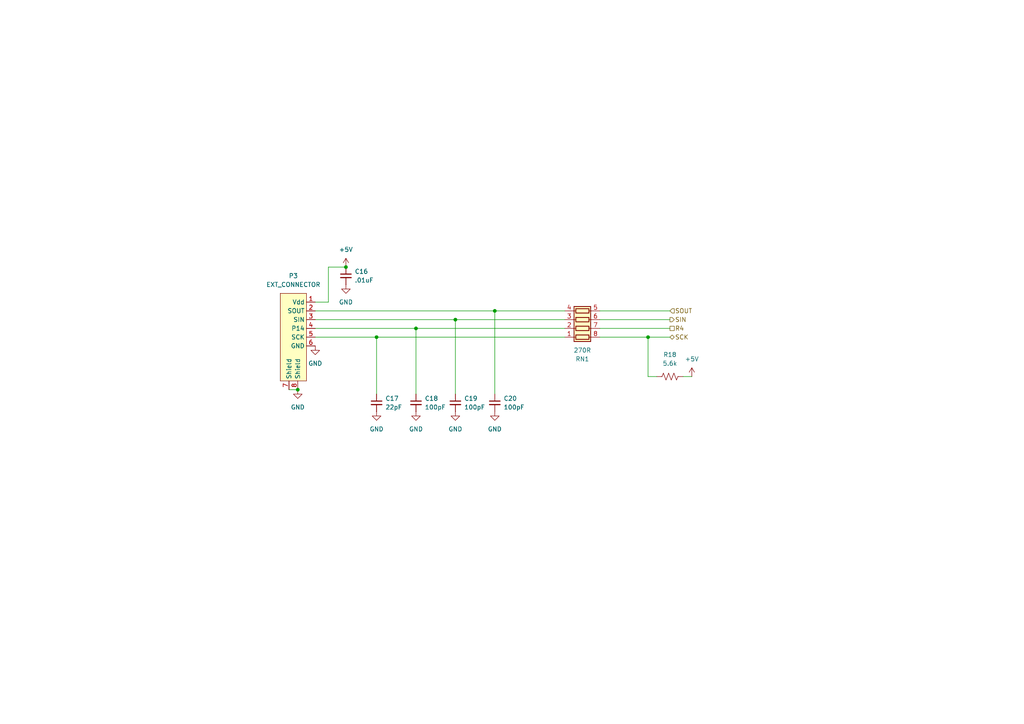
<source format=kicad_sch>
(kicad_sch (version 20250114) (generator "eeschema") (generator_version "9.0")
  (paper "A4")
  (lib_symbols
    (symbol "Device:C_Small" (pin_numbers (hide yes)) (pin_names (offset 0.254) (hide yes))
      (property "Reference" "C" (at 0.254 1.778 0))
      (property "Value" "C_Small" (at 0.254 -2.032 0))
      (symbol "C_Small_0_1"
        (polyline (pts (xy -1.524 0.508) (xy 1.524 0.508)) (stroke (width 0.3048)))
        (polyline (pts (xy -1.524 -0.508) (xy 1.524 -0.508)) (stroke (width 0.3302)))
      )
      (symbol "C_Small_1_1"
        (pin passive line (at 0 2.54 270) (length 2.032) (name "~") (number "1"))
        (pin passive line (at 0 -2.54 90) (length 2.032) (name "~") (number "2"))
      )
    )
    (symbol "Device:R_Pack04" (pin_names (offset 0) (hide yes))
      (property "Reference" "RN" (at -7.62 0 90))
      (property "Value" "R_Pack04" (at 5.08 0 90))
      (symbol "R_Pack04_0_1"
        (rectangle (start -6.35 -2.413) (end 3.81 2.413) (stroke (width 0.254)) (fill (type background)))
        (rectangle (start -5.715 1.905) (end -4.445 -1.905) (stroke (width 0.254)))
        (polyline (pts (xy -5.08 1.905) (xy -5.08 2.54)))
        (polyline (pts (xy -5.08 -2.54) (xy -5.08 -1.905)))
        (rectangle (start -3.175 1.905) (end -1.905 -1.905) (stroke (width 0.254)))
        (polyline (pts (xy -2.54 1.905) (xy -2.54 2.54)))
        (polyline (pts (xy -2.54 -2.54) (xy -2.54 -1.905)))
        (rectangle (start -0.635 1.905) (end 0.635 -1.905) (stroke (width 0.254)))
        (polyline (pts (xy 0 1.905) (xy 0 2.54)))
        (polyline (pts (xy 0 -2.54) (xy 0 -1.905)))
        (rectangle (start 1.905 1.905) (end 3.175 -1.905) (stroke (width 0.254)))
        (polyline (pts (xy 2.54 1.905) (xy 2.54 2.54)))
        (polyline (pts (xy 2.54 -2.54) (xy 2.54 -1.905)))
      )
      (symbol "R_Pack04_1_1"
        (pin passive line (at -5.08 5.08 270) (length 2.54) (name "R1.2") (number "8"))
        (pin passive line (at -5.08 -5.08 90) (length 2.54) (name "R1.1") (number "1"))
        (pin passive line (at -2.54 5.08 270) (length 2.54) (name "R2.2") (number "7"))
        (pin passive line (at -2.54 -5.08 90) (length 2.54) (name "R2.1") (number "2"))
        (pin passive line (at 0 5.08 270) (length 2.54) (name "R3.2") (number "6"))
        (pin passive line (at 0 -5.08 90) (length 2.54) (name "R3.1") (number "3"))
        (pin passive line (at 2.54 5.08 270) (length 2.54) (name "R4.2") (number "5"))
        (pin passive line (at 2.54 -5.08 90) (length 2.54) (name "R4.1") (number "4"))
      )
    )
    (symbol "Device:R_US" (pin_numbers (hide yes)) (pin_names (offset 0))
      (property "Reference" "R" (at 2.54 0 90))
      (property "Value" "R_US" (at -2.54 0 90))
      (symbol "R_US_0_1"
        (polyline (pts (xy 0 2.286) (xy 0 2.54)))
        (polyline (pts (xy 0 2.286) (xy 1.016 1.905) (xy 0 1.524) (xy -1.016 1.143) (xy 0 0.762)))
        (polyline (pts (xy 0 0.762) (xy 1.016 0.381) (xy 0 0) (xy -1.016 -0.381) (xy 0 -0.762)))
        (polyline (pts (xy 0 -0.762) (xy 1.016 -1.143) (xy 0 -1.524) (xy -1.016 -1.905) (xy 0 -2.286)))
        (polyline (pts (xy 0 -2.286) (xy 0 -2.54)))
      )
      (symbol "R_US_1_1"
        (pin passive line (at 0 3.81 270) (length 1.27) (name "~") (number "1"))
        (pin passive line (at 0 -3.81 90) (length 1.27) (name "~") (number "2"))
      )
    )
    (symbol "EXT_CONN:EXT_CONNECTOR"
      (property "Reference" "P" (at -0.508 8.89 0))
      (property "Value" "EXT_CONNECTOR" (at -0.508 7.366 0))
      (symbol "EXT_CONNECTOR_1_1"
        (rectangle (start -3.81 5.08) (end 3.81 -20.32) (fill (type background)))
        (pin input line (at -1.27 -22.86 90) (length 2.54) (name "Shield") (number "7"))
        (pin input line (at 1.27 -22.86 90) (length 2.54) (name "Shield") (number "8"))
        (pin power_in line (at 6.35 2.54 180) (length 2.54) (name "Vdd") (number "1"))
        (pin output line (at 6.35 0 180) (length 2.54) (name "SOUT") (number "2"))
        (pin input line (at 6.35 -2.54 180) (length 2.54) (name "SIN") (number "3"))
        (pin passive line (at 6.35 -5.08 180) (length 2.54) (name "P14") (number "4"))
        (pin bidirectional line (at 6.35 -7.62 180) (length 2.54) (name "SCK") (number "5"))
        (pin power_in line (at 6.35 -10.16 180) (length 2.54) (name "GND") (number "6"))
      )
    )
    (symbol "power:+5V" (power) (pin_numbers (hide yes)) (pin_names (offset 0) (hide yes))
      (property "Value" "+5V" (at 0 3.556 0))
      (symbol "+5V_0_1"
        (polyline (pts (xy -0.762 1.27) (xy 0 2.54)))
        (polyline (pts (xy 0 2.54) (xy 0.762 1.27)))
        (polyline (pts (xy 0 0) (xy 0 2.54)))
      )
      (symbol "+5V_1_1"
        (pin power_in line (at 0 0 90) (length 0) (name "~") (number "1"))
      )
    )
    (symbol "power:GND" (power) (pin_numbers (hide yes)) (pin_names (offset 0) (hide yes))
      (property "Value" "GND" (at 0 -3.81 0))
      (symbol "GND_0_1"
        (polyline (pts (xy 0 0) (xy 0 -1.27) (xy 1.27 -1.27) (xy 0 -2.54) (xy -1.27 -1.27) (xy 0 -1.27)))
      )
      (symbol "GND_1_1"
        (pin power_in line (at 0 0 270) (length 0) (name "~") (number "1"))
      )
    )
  )
  (junction (at 132.08 92.71))
  (junction (at 109.22 97.79))
  (junction (at 100.33 77.47))
  (junction (at 187.96 97.79))
  (junction (at 120.65 95.25))
  (junction (at 143.51 90.17))
  (junction (at 86.36 113.03))
  (wire (pts (xy 143.51 90.17) (xy 143.51 114.3)))
  (wire (pts (xy 95.25 87.63) (xy 95.25 77.47)))
  (wire (pts (xy 120.65 95.25) (xy 163.83 95.25)))
  (wire (pts (xy 200.66 109.22) (xy 198.12 109.22)))
  (wire (pts (xy 173.99 97.79) (xy 187.96 97.79)))
  (wire (pts (xy 120.65 95.25) (xy 120.65 114.3)))
  (wire (pts (xy 132.08 92.71) (xy 132.08 114.3)))
  (wire (pts (xy 91.44 97.79) (xy 109.22 97.79)))
  (wire (pts (xy 91.44 92.71) (xy 132.08 92.71)))
  (wire (pts (xy 109.22 97.79) (xy 109.22 114.3)))
  (wire (pts (xy 173.99 95.25) (xy 194.31 95.25)))
  (wire (pts (xy 109.22 97.79) (xy 163.83 97.79)))
  (wire (pts (xy 91.44 87.63) (xy 95.25 87.63)))
  (wire (pts (xy 83.82 113.03) (xy 86.36 113.03)))
  (wire (pts (xy 187.96 97.79) (xy 194.31 97.79)))
  (wire (pts (xy 143.51 90.17) (xy 163.83 90.17)))
  (wire (pts (xy 95.25 77.47) (xy 100.33 77.47)))
  (wire (pts (xy 173.99 92.71) (xy 194.31 92.71)))
  (wire (pts (xy 173.99 90.17) (xy 194.31 90.17)))
  (wire (pts (xy 132.08 92.71) (xy 163.83 92.71)))
  (wire (pts (xy 190.5 109.22) (xy 187.96 109.22)))
  (wire (pts (xy 187.96 109.22) (xy 187.96 97.79)))
  (wire (pts (xy 91.44 90.17) (xy 143.51 90.17)))
  (wire (pts (xy 91.44 95.25) (xy 120.65 95.25)))
  (hierarchical_label "R4" (shape passive) (at 194.31 95.25 0))
  (hierarchical_label "SCK" (shape bidirectional) (at 194.31 97.79 0))
  (hierarchical_label "SIN" (shape output) (at 194.31 92.71 0))
  (hierarchical_label "SOUT" (shape input) (at 194.31 90.17 0))
  (symbol (lib_id "power:GND") (at 143.51 119.38 0) (unit 1)
    (property "Reference" "#PWR053" (effects (hide yes)))
    (property "Value" "GND" (at 143.51 124.46 0))
    (property "Description" "Power symbol creates a global label with name \"GND\" , ground" (effects (hide yes)))
  )
  (symbol (lib_id "power:+5V") (at 200.66 109.22 0) (unit 1)
    (property "Reference" "#PWR046" (effects (hide yes)))
    (property "Value" "+5V" (at 200.66 104.14 0))
    (property "Description" "Power symbol creates a global label with name \"+5V\"" (effects (hide yes)))
  )
  (symbol (lib_id "EXT_CONN:EXT_CONNECTOR") (at 85.09 90.17 0) (unit 1) (in_bom no)
    (property "Reference" "P3" (at 85.09 80.01 0))
    (property "Value" "EXT_CONNECTOR" (at 85.09 82.55 0))
    (property "Footprint" "link-port:gbc-link-cable-adapter" (effects (hide yes)))
  )
  (symbol (lib_id "power:GND") (at 91.44 100.33 0) (unit 1)
    (property "Reference" "#PWR049" (effects (hide yes)))
    (property "Value" "GND" (at 91.44 105.41 0))
    (property "Description" "Power symbol creates a global label with name \"GND\" , ground" (effects (hide yes)))
  )
  (symbol (lib_id "power:+5V") (at 100.33 77.47 0) (unit 1)
    (property "Reference" "#PWR047" (effects (hide yes)))
    (property "Value" "+5V" (at 100.33 72.39 0))
    (property "Description" "Power symbol creates a global label with name \"+5V\"" (effects (hide yes)))
  )
  (symbol (lib_id "power:GND") (at 100.33 82.55 0) (unit 1)
    (property "Reference" "#PWR048" (effects (hide yes)))
    (property "Value" "GND" (at 100.33 87.63 0))
    (property "Description" "Power symbol creates a global label with name \"GND\" , ground" (effects (hide yes)))
  )
  (symbol (lib_id "Device:R_US") (at 194.31 109.22 90) (unit 1)
    (property "Reference" "R18" (at 194.31 102.87 90))
    (property "Value" "5.6k" (at 194.31 105.41 90))
    (property "Footprint" "Resistor_SMD:R_0603_1608Metric_Pad0.98x0.95mm_HandSolder" (effects (hide yes)))
    (property "Description" "Resistor, US symbol" (effects (hide yes)))
    (property "Mouser Part Number" " 71-CRCW06035K60FKEAC " (effects (hide yes)))
  )
  (symbol (lib_id "Device:C_Small") (at 143.51 116.84 0) (unit 1)
    (property "Reference" "C20" (at 146.05 115.5762 0) (effects (justify left)))
    (property "Value" "100pF" (at 146.05 118.1162 0) (effects (justify left)))
    (property "Footprint" "Capacitor_SMD:C_0603_1608Metric_Pad1.08x0.95mm_HandSolder" (effects (hide yes)))
    (property "Description" "Unpolarized capacitor, small symbol" (effects (hide yes)))
    (property "Mouser Part Number" " 77-VJ0603Y101MXACBC " (effects (hide yes)))
  )
  (symbol (lib_id "power:GND") (at 120.65 119.38 0) (unit 1)
    (property "Reference" "#PWR051" (effects (hide yes)))
    (property "Value" "GND" (at 120.65 124.46 0))
    (property "Description" "Power symbol creates a global label with name \"GND\" , ground" (effects (hide yes)))
  )
  (symbol (lib_id "Device:R_Pack04") (at 168.91 92.71 270) (mirror x) (unit 1)
    (property "Reference" "RN1" (at 168.91 104.14 90))
    (property "Value" "270R" (at 168.91 101.6 90))
    (property "Footprint" "Resistor_SMD:R_Array_Concave_4x0603" (effects (hide yes)))
    (property "Description" "4 resistor network, parallel topology" (effects (hide yes)))
    (property "Mouser Part Number" " 603-AC0603FR-07270RL " (effects (hide yes)))
  )
  (symbol (lib_id "Device:C_Small") (at 109.22 116.84 0) (unit 1)
    (property "Reference" "C17" (at 111.76 115.5762 0) (effects (justify left)))
    (property "Value" "22pF" (at 111.76 118.1162 0) (effects (justify left)))
    (property "Footprint" "Capacitor_SMD:C_0603_1608Metric_Pad1.08x0.95mm_HandSolder" (effects (hide yes)))
    (property "Description" "Unpolarized capacitor, small symbol" (effects (hide yes)))
    (property "Mouser Part Number" " 810-C1608C0G1H220J " (effects (hide yes)))
  )
  (symbol (lib_id "Device:C_Small") (at 100.33 80.01 0) (unit 1)
    (property "Reference" "C16" (at 102.87 78.7462 0) (effects (justify left)))
    (property "Value" ".01uF" (at 102.87 81.2862 0) (effects (justify left)))
    (property "Footprint" "Capacitor_SMD:C_0603_1608Metric_Pad1.08x0.95mm_HandSolder" (effects (hide yes)))
    (property "Description" "Unpolarized capacitor, small symbol" (effects (hide yes)))
    (property "Mouser Part Number" " 81-GRT188R72A103KE1D " (effects (hide yes)))
  )
  (symbol (lib_id "Device:C_Small") (at 132.08 116.84 0) (unit 1)
    (property "Reference" "C19" (at 134.62 115.5762 0) (effects (justify left)))
    (property "Value" "100pF" (at 134.62 118.1162 0) (effects (justify left)))
    (property "Footprint" "Capacitor_SMD:C_0603_1608Metric_Pad1.08x0.95mm_HandSolder" (effects (hide yes)))
    (property "Description" "Unpolarized capacitor, small symbol" (effects (hide yes)))
    (property "Mouser Part Number" " 77-VJ0603Y101MXACBC " (effects (hide yes)))
  )
  (symbol (lib_id "Device:C_Small") (at 120.65 116.84 0) (unit 1)
    (property "Reference" "C18" (at 123.19 115.5762 0) (effects (justify left)))
    (property "Value" "100pF" (at 123.19 118.1162 0) (effects (justify left)))
    (property "Footprint" "Capacitor_SMD:C_0603_1608Metric_Pad1.08x0.95mm_HandSolder" (effects (hide yes)))
    (property "Description" "Unpolarized capacitor, small symbol" (effects (hide yes)))
    (property "Mouser Part Number" " 77-VJ0603Y101MXACBC " (effects (hide yes)))
  )
  (symbol (lib_id "power:GND") (at 109.22 119.38 0) (unit 1)
    (property "Reference" "#PWR050" (effects (hide yes)))
    (property "Value" "GND" (at 109.22 124.46 0))
    (property "Description" "Power symbol creates a global label with name \"GND\" , ground" (effects (hide yes)))
  )
  (symbol (lib_id "power:GND") (at 132.08 119.38 0) (unit 1)
    (property "Reference" "#PWR052" (effects (hide yes)))
    (property "Value" "GND" (at 132.08 124.46 0))
    (property "Description" "Power symbol creates a global label with name \"GND\" , ground" (effects (hide yes)))
  )
  (symbol (lib_id "power:GND") (at 86.36 113.03 0) (unit 1)
    (property "Reference" "#PWR068" (effects (hide yes)))
    (property "Value" "GND" (at 86.36 118.11 0))
    (property "Description" "Power symbol creates a global label with name \"GND\" , ground" (effects (hide yes)))
  )
)
</source>
